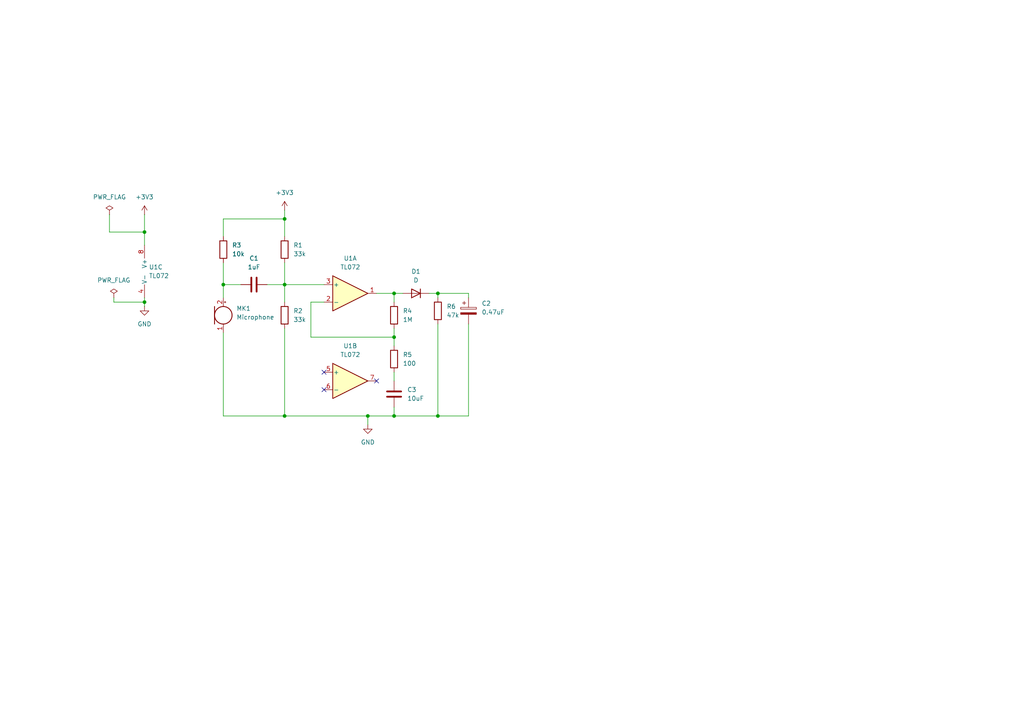
<source format=kicad_sch>
(kicad_sch (version 20231120) (generator "eeschema") (generator_version "8.0")
  (paper "A4")
  (lib_symbols
    (symbol "Amplifier_Operational:TL072" (pin_names (offset 0.127))
      (property "Reference" "U" (at 0 5.08 0))
      (property "Value" "TL072" (at 0 -5.08 0))
      (symbol "TL072_1_1"
        (polyline (pts (xy -5.08 5.08) (xy 5.08 0) (xy -5.08 -5.08) (xy -5.08 5.08)) (stroke (width 0.254)) (fill (type background)))
        (pin output line (at 7.62 0 180) (length 2.54) (name "~") (number "1"))
        (pin input line (at -7.62 -2.54 0) (length 2.54) (name "-") (number "2"))
        (pin input line (at -7.62 2.54 0) (length 2.54) (name "+") (number "3"))
      )
      (symbol "TL072_2_1"
        (polyline (pts (xy -5.08 5.08) (xy 5.08 0) (xy -5.08 -5.08) (xy -5.08 5.08)) (stroke (width 0.254)) (fill (type background)))
        (pin input line (at -7.62 2.54 0) (length 2.54) (name "+") (number "5"))
        (pin input line (at -7.62 -2.54 0) (length 2.54) (name "-") (number "6"))
        (pin output line (at 7.62 0 180) (length 2.54) (name "~") (number "7"))
      )
      (symbol "TL072_3_1"
        (pin power_in line (at -2.54 -7.62 90) (length 3.81) (name "V-") (number "4"))
        (pin power_in line (at -2.54 7.62 270) (length 3.81) (name "V+") (number "8"))
      )
    )
    (symbol "Device:C" (pin_numbers hide) (pin_names (offset 0.254))
      (property "Reference" "C" (at 0.635 2.54 0))
      (property "Value" "C" (at 0.635 -2.54 0))
      (symbol "C_0_1"
        (polyline (pts (xy -2.032 -0.762) (xy 2.032 -0.762)) (stroke (width 0.508)))
        (polyline (pts (xy -2.032 0.762) (xy 2.032 0.762)) (stroke (width 0.508)))
      )
      (symbol "C_1_1"
        (pin passive line (at 0 3.81 270) (length 2.794) (name "~") (number "1"))
        (pin passive line (at 0 -3.81 90) (length 2.794) (name "~") (number "2"))
      )
    )
    (symbol "Device:C_Polarized" (pin_numbers hide) (pin_names (offset 0.254))
      (property "Reference" "C" (at 0.635 2.54 0))
      (property "Value" "C_Polarized" (at 0.635 -2.54 0))
      (symbol "C_Polarized_0_1"
        (rectangle (start -2.286 0.508) (end 2.286 1.016))
        (polyline (pts (xy -1.778 2.286) (xy -0.762 2.286)))
        (polyline (pts (xy -1.27 2.794) (xy -1.27 1.778)))
        (rectangle (start 2.286 -0.508) (end -2.286 -1.016) (fill (type outline)))
      )
      (symbol "C_Polarized_1_1"
        (pin passive line (at 0 3.81 270) (length 2.794) (name "~") (number "1"))
        (pin passive line (at 0 -3.81 90) (length 2.794) (name "~") (number "2"))
      )
    )
    (symbol "Device:D" (pin_numbers hide) (pin_names (offset 1.016) hide)
      (property "Reference" "D" (at 0 2.54 0))
      (property "Value" "D" (at 0 -2.54 0))
      (symbol "D_0_1"
        (polyline (pts (xy -1.27 1.27) (xy -1.27 -1.27)) (stroke (width 0.254)))
        (polyline (pts (xy 1.27 0) (xy -1.27 0)))
        (polyline (pts (xy 1.27 1.27) (xy 1.27 -1.27) (xy -1.27 0) (xy 1.27 1.27)) (stroke (width 0.254)))
      )
      (symbol "D_1_1"
        (pin passive line (at -3.81 0 0) (length 2.54) (name "K") (number "1"))
        (pin passive line (at 3.81 0 180) (length 2.54) (name "A") (number "2"))
      )
    )
    (symbol "Device:Microphone" (pin_names (offset 0.0254) hide)
      (property "Reference" "MK" (at -3.81 1.27 0))
      (property "Value" "Microphone" (at -3.81 -0.635 0))
      (symbol "Microphone_0_1"
        (polyline (pts (xy -2.54 2.54) (xy -2.54 -2.54)) (stroke (width 0.254)))
        (polyline (pts (xy 0.254 3.81) (xy 0.762 3.81)))
        (polyline (pts (xy 0.508 4.064) (xy 0.508 3.556)))
        (circle (center 0 0) (radius 2.54) (stroke (width 0.254)))
      )
      (symbol "Microphone_1_1"
        (pin passive line (at 0 -5.08 90) (length 2.54) (name "-") (number "1"))
        (pin passive line (at 0 5.08 270) (length 2.54) (name "+") (number "2"))
      )
    )
    (symbol "Device:R" (pin_numbers hide) (pin_names (offset 0))
      (property "Reference" "R" (at 2.032 0 90))
      (property "Value" "R" (at 0 0 90))
      (symbol "R_0_1"
        (rectangle (start -1.016 -2.54) (end 1.016 2.54) (stroke (width 0.254)))
      )
      (symbol "R_1_1"
        (pin passive line (at 0 3.81 270) (length 1.27) (name "~") (number "1"))
        (pin passive line (at 0 -3.81 90) (length 1.27) (name "~") (number "2"))
      )
    )
    (symbol "power:+3V3" (power) (pin_numbers hide) (pin_names (offset 0) hide)
      (property "Value" "+3V3" (at 0 3.556 0))
      (symbol "+3V3_0_1"
        (polyline (pts (xy -0.762 1.27) (xy 0 2.54)))
        (polyline (pts (xy 0 0) (xy 0 2.54)))
        (polyline (pts (xy 0 2.54) (xy 0.762 1.27)))
      )
      (symbol "+3V3_1_1"
        (pin power_in line (at 0 0 90) (length 0) (name "~") (number "1"))
      )
    )
    (symbol "power:GND" (power) (pin_numbers hide) (pin_names (offset 0) hide)
      (property "Value" "GND" (at 0 -3.81 0))
      (symbol "GND_0_1"
        (polyline (pts (xy 0 0) (xy 0 -1.27) (xy 1.27 -1.27) (xy 0 -2.54) (xy -1.27 -1.27) (xy 0 -1.27)))
      )
      (symbol "GND_1_1"
        (pin power_in line (at 0 0 270) (length 0) (name "~") (number "1"))
      )
    )
    (symbol "power:PWR_FLAG" (power) (pin_numbers hide) (pin_names (offset 0) hide)
      (property "Value" "PWR_FLAG" (at 0 3.81 0))
      (symbol "PWR_FLAG_0_0"
        (pin power_out line (at 0 0 90) (length 0) (name "~") (number "1"))
      )
      (symbol "PWR_FLAG_0_1"
        (polyline (pts (xy 0 0) (xy 0 1.27) (xy -1.016 1.905) (xy 0 2.54) (xy 1.016 1.905) (xy 0 1.27)))
      )
    )
  )
  (junction (at 82.55 82.55))
  (junction (at 114.3 97.79))
  (junction (at 106.68 120.65))
  (junction (at 127 85.09))
  (junction (at 82.55 120.65))
  (junction (at 114.3 120.65))
  (junction (at 127 120.65))
  (junction (at 41.91 87.63))
  (junction (at 82.55 63.5))
  (junction (at 114.3 85.09))
  (junction (at 64.77 82.55))
  (junction (at 41.91 67.31))
  (no_connect (at 109.22 110.49))
  (no_connect (at 93.98 113.03))
  (no_connect (at 93.98 107.95))
  (wire (pts (xy 114.3 85.09) (xy 109.22 85.09)))
  (wire (pts (xy 127 93.98) (xy 127 120.65)))
  (wire (pts (xy 64.77 82.55) (xy 69.85 82.55)))
  (wire (pts (xy 106.68 120.65) (xy 82.55 120.65)))
  (wire (pts (xy 116.84 85.09) (xy 114.3 85.09)))
  (wire (pts (xy 64.77 63.5) (xy 64.77 68.58)))
  (wire (pts (xy 64.77 86.36) (xy 64.77 82.55)))
  (wire (pts (xy 114.3 118.11) (xy 114.3 120.65)))
  (wire (pts (xy 127 120.65) (xy 114.3 120.65)))
  (wire (pts (xy 135.89 86.36) (xy 135.89 85.09)))
  (wire (pts (xy 82.55 82.55) (xy 82.55 87.63)))
  (wire (pts (xy 82.55 63.5) (xy 82.55 68.58)))
  (wire (pts (xy 41.91 62.23) (xy 41.91 67.31)))
  (wire (pts (xy 114.3 97.79) (xy 90.17 97.79)))
  (wire (pts (xy 64.77 120.65) (xy 82.55 120.65)))
  (wire (pts (xy 41.91 88.9) (xy 41.91 87.63)))
  (wire (pts (xy 106.68 123.19) (xy 106.68 120.65)))
  (wire (pts (xy 135.89 120.65) (xy 127 120.65)))
  (wire (pts (xy 82.55 76.2) (xy 82.55 82.55)))
  (wire (pts (xy 33.02 86.36) (xy 33.02 87.63)))
  (wire (pts (xy 64.77 96.52) (xy 64.77 120.65)))
  (wire (pts (xy 135.89 93.98) (xy 135.89 120.65)))
  (wire (pts (xy 41.91 87.63) (xy 41.91 86.36)))
  (wire (pts (xy 82.55 60.96) (xy 82.55 63.5)))
  (wire (pts (xy 135.89 85.09) (xy 127 85.09)))
  (wire (pts (xy 64.77 63.5) (xy 82.55 63.5)))
  (wire (pts (xy 127 86.36) (xy 127 85.09)))
  (wire (pts (xy 64.77 76.2) (xy 64.77 82.55)))
  (wire (pts (xy 31.75 67.31) (xy 41.91 67.31)))
  (wire (pts (xy 90.17 87.63) (xy 93.98 87.63)))
  (wire (pts (xy 114.3 97.79) (xy 114.3 100.33)))
  (wire (pts (xy 31.75 62.23) (xy 31.75 67.31)))
  (wire (pts (xy 114.3 95.25) (xy 114.3 97.79)))
  (wire (pts (xy 114.3 120.65) (xy 106.68 120.65)))
  (wire (pts (xy 41.91 67.31) (xy 41.91 71.12)))
  (wire (pts (xy 90.17 97.79) (xy 90.17 87.63)))
  (wire (pts (xy 82.55 82.55) (xy 93.98 82.55)))
  (wire (pts (xy 82.55 95.25) (xy 82.55 120.65)))
  (wire (pts (xy 114.3 110.49) (xy 114.3 107.95)))
  (wire (pts (xy 127 85.09) (xy 124.46 85.09)))
  (wire (pts (xy 33.02 87.63) (xy 41.91 87.63)))
  (wire (pts (xy 77.47 82.55) (xy 82.55 82.55)))
  (wire (pts (xy 114.3 87.63) (xy 114.3 85.09)))
  (symbol (lib_id "Device:C_Polarized") (at 135.89 90.17 0) (unit 1)
    (property "Reference" "C2" (at 139.7 88.0109 0) (effects (justify left)))
    (property "Value" "0.47uF" (at 139.7 90.5509 0) (effects (justify left)))
    (property "Description" "Polarized capacitor" (effects (hide yes)))
  )
  (symbol (lib_id "power:GND") (at 106.68 123.19 0) (unit 1)
    (property "Reference" "#PWR04" (effects (hide yes)))
    (property "Value" "GND" (at 106.68 128.27 0))
    (property "Description" "Power symbol creates a global label with name \"GND\" , ground" (effects (hide yes)))
  )
  (symbol (lib_id "power:+3V3") (at 82.55 60.96 0) (unit 1)
    (property "Reference" "#PWR03" (effects (hide yes)))
    (property "Value" "+3V3" (at 82.55 55.88 0))
    (property "Description" "Power symbol creates a global label with name \"+3V3\"" (effects (hide yes)))
  )
  (symbol (lib_id "Amplifier_Operational:TL072") (at 101.6 85.09 0) (unit 1)
    (property "Reference" "U1" (at 101.6 74.93 0))
    (property "Value" "TL072" (at 101.6 77.47 0))
    (property "Datasheet" "http://www.ti.com/lit/ds/symlink/tl071.pdf" (effects (hide yes)))
    (property "Description" "Dual Low-Noise JFET-Input Operational Amplifiers, DIP-8/SOIC-8" (effects (hide yes)))
  )
  (symbol (lib_id "Device:R") (at 82.55 72.39 0) (unit 1)
    (property "Reference" "R1" (at 85.09 71.1199 0) (effects (justify left)))
    (property "Value" "33k" (at 85.09 73.6599 0) (effects (justify left)))
    (property "Description" "Resistor" (effects (hide yes)))
  )
  (symbol (lib_id "power:GND") (at 41.91 88.9 0) (unit 1)
    (property "Reference" "#PWR02" (effects (hide yes)))
    (property "Value" "GND" (at 41.91 93.98 0))
    (property "Description" "Power symbol creates a global label with name \"GND\" , ground" (effects (hide yes)))
  )
  (symbol (lib_id "power:+3V3") (at 41.91 62.23 0) (unit 1)
    (property "Reference" "#PWR01" (effects (hide yes)))
    (property "Value" "+3V3" (at 41.91 57.15 0))
    (property "Description" "Power symbol creates a global label with name \"+3V3\"" (effects (hide yes)))
  )
  (symbol (lib_id "Amplifier_Operational:TL072") (at 101.6 110.49 0) (unit 2)
    (property "Reference" "U1" (at 101.6 100.33 0))
    (property "Value" "TL072" (at 101.6 102.87 0))
    (property "Datasheet" "http://www.ti.com/lit/ds/symlink/tl071.pdf" (effects (hide yes)))
    (property "Description" "Dual Low-Noise JFET-Input Operational Amplifiers, DIP-8/SOIC-8" (effects (hide yes)))
  )
  (symbol (lib_id "Device:C") (at 73.66 82.55 90) (unit 1)
    (property "Reference" "C1" (at 73.66 74.93 90))
    (property "Value" "1uF" (at 73.66 77.47 90))
    (property "Description" "Unpolarized capacitor" (effects (hide yes)))
  )
  (symbol (lib_id "Amplifier_Operational:TL072") (at 44.45 78.74 0) (unit 3)
    (property "Reference" "U1" (at 43.18 77.4699 0) (effects (justify left)))
    (property "Value" "TL072" (at 43.18 80.0099 0) (effects (justify left)))
    (property "Datasheet" "http://www.ti.com/lit/ds/symlink/tl071.pdf" (effects (hide yes)))
    (property "Description" "Dual Low-Noise JFET-Input Operational Amplifiers, DIP-8/SOIC-8" (effects (hide yes)))
  )
  (symbol (lib_id "Device:R") (at 64.77 72.39 0) (unit 1)
    (property "Reference" "R3" (at 67.31 71.1199 0) (effects (justify left)))
    (property "Value" "10k" (at 67.31 73.6599 0) (effects (justify left)))
    (property "Description" "Resistor" (effects (hide yes)))
  )
  (symbol (lib_id "Device:D") (at 120.65 85.09 180) (unit 1)
    (property "Reference" "D1" (at 120.65 78.74 0))
    (property "Value" "D" (at 120.65 81.28 0))
    (property "Description" "Diode" (effects (hide yes)))
    (property "Sim.Device" "D" (effects (hide yes)))
    (property "Sim.Pins" "1=K 2=A" (effects (hide yes)))
  )
  (symbol (lib_id "Device:R") (at 82.55 91.44 0) (unit 1)
    (property "Reference" "R2" (at 85.09 90.1699 0) (effects (justify left)))
    (property "Value" "33k" (at 85.09 92.7099 0) (effects (justify left)))
    (property "Description" "Resistor" (effects (hide yes)))
  )
  (symbol (lib_id "Device:R") (at 114.3 104.14 0) (unit 1)
    (property "Reference" "R5" (at 116.84 102.8699 0) (effects (justify left)))
    (property "Value" "100" (at 116.84 105.4099 0) (effects (justify left)))
    (property "Description" "Resistor" (effects (hide yes)))
  )
  (symbol (lib_id "Device:R") (at 127 90.17 0) (unit 1)
    (property "Reference" "R6" (at 129.54 88.8999 0) (effects (justify left)))
    (property "Value" "47k" (at 129.54 91.4399 0) (effects (justify left)))
    (property "Description" "Resistor" (effects (hide yes)))
  )
  (symbol (lib_id "power:PWR_FLAG") (at 33.02 86.36 0) (unit 1)
    (property "Reference" "#FLG02" (effects (hide yes)))
    (property "Value" "PWR_FLAG" (at 33.02 81.28 0))
    (property "Description" "Special symbol for telling ERC where power comes from" (effects (hide yes)))
  )
  (symbol (lib_id "power:PWR_FLAG") (at 31.75 62.23 0) (unit 1)
    (property "Reference" "#FLG01" (effects (hide yes)))
    (property "Value" "PWR_FLAG" (at 31.75 57.15 0))
    (property "Description" "Special symbol for telling ERC where power comes from" (effects (hide yes)))
  )
  (symbol (lib_id "Device:R") (at 114.3 91.44 0) (unit 1)
    (property "Reference" "R4" (at 116.84 90.1699 0) (effects (justify left)))
    (property "Value" "1M" (at 116.84 92.7099 0) (effects (justify left)))
    (property "Description" "Resistor" (effects (hide yes)))
  )
  (symbol (lib_id "Device:Microphone") (at 64.77 91.44 0) (unit 1)
    (property "Reference" "MK1" (at 68.58 89.4714 0) (effects (justify left)))
    (property "Value" "Microphone" (at 68.58 92.0114 0) (effects (justify left)))
    (property "Description" "Microphone" (effects (hide yes)))
  )
  (symbol (lib_id "Device:C") (at 114.3 114.3 180) (unit 1)
    (property "Reference" "C3" (at 118.11 113.0299 0) (effects (justify right)))
    (property "Value" "10uF" (at 118.11 115.5699 0) (effects (justify right)))
    (property "Description" "Unpolarized capacitor" (effects (hide yes)))
  )
)
</source>
